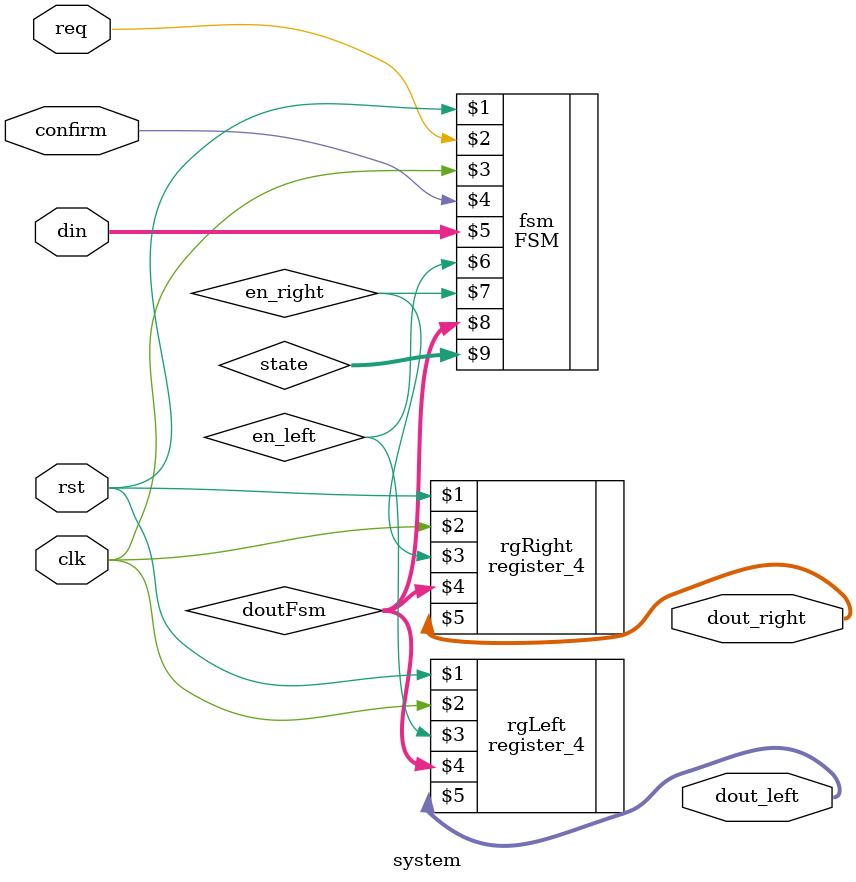
<source format=v>
/*--  *******************************************************
--  Computer Architecture Course, Laboratory Sources 
--  Amirkabir University of Technology (Tehran Polytechnic)
--  Department of Computer Engineering (CE-AUT)
--  https://ce[dot]aut[dot]ac[dot]ir
--  *******************************************************
--  All Rights reserved (C) 2019-2020
--  *******************************************************
--  Student ID  : 9829039	
--  Student Name: Pouya Mohammadi
--  Student Mail: pouyamohammadyirbu@gmail.com
--  *******************************************************
--  Additional Comments:
--
--	Teamate information:
--	Mehran Aksari
--	9831007
--*/


`timescale 1ns / 1ps
module system(
	input        rst ,
	input			 req ,
	input        clk ,
	input        confirm,
	input  [3:0] din ,
	output [3:0] dout_left ,
	output [3:0] dout_right
);
wire en_right;
wire en_left;
wire [3:0] doutFsm;
wire [2:0] state;

FSM fsm(rst,req,clk,confirm,din,en_left,en_right,doutFsm,state);
register_4 rgRight(rst,clk,en_right,doutFsm,dout_right);
register_4 rgLeft(rst,clk,en_left,doutFsm,dout_left);

endmodule
</source>
